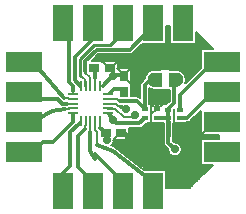
<source format=gtl>
G04 DipTrace 2.4.0.2*
%INcaptouch.gtl*%
%MOMM*%
%ADD13C,0.21*%
%ADD14C,0.254*%
%ADD15C,0.305*%
%ADD16C,0.203*%
%ADD17C,0.152*%
%ADD19O,1.0X0.21*%
%ADD20O,0.21X1.0*%
%ADD21R,0.9X0.7*%
%ADD22R,0.7X0.9*%
%ADD24R,0.5X0.4*%
%ADD26R,1.7X1.6*%
%ADD27R,1.7X2.032*%
%ADD28R,1.6X1.7*%
%ADD29R,2.032X1.7*%
%ADD31C,0.711*%
%FSLAX53Y53*%
G04*
G71*
G90*
G75*
G01*
%LNTop*%
%LPD*%
X16143Y19402D2*
D13*
X16113Y20172D1*
X15704Y20466D1*
D14*
Y20644D1*
D15*
Y21488D1*
X16667Y22451D1*
X19453D1*
X20972Y23970D1*
X21430D1*
X15743Y19402D2*
D16*
X15712D1*
Y20012D1*
X15267Y20243D1*
D14*
Y21677D1*
X16478Y22887D1*
X17807D1*
X18890Y23970D1*
X15343Y19402D2*
D13*
X15278D1*
D15*
X14809Y19871D1*
Y21852D1*
X16927Y23970D1*
X16350D1*
X14643Y18702D2*
D13*
Y18960D1*
D15*
Y19376D1*
X14325Y19694D1*
Y23455D1*
X13810Y23970D1*
X14643Y18302D2*
D13*
X14025Y18344D1*
X13935Y18408D1*
D15*
X11270Y21430D1*
X14643Y17902D2*
D13*
X14139D1*
D15*
X13770D1*
X13379Y18293D1*
X11867D1*
X11270Y18890D1*
X14643Y17502D2*
D13*
X14091Y17469D1*
X14007Y17441D1*
D15*
X12862Y17291D1*
X11270Y16350D1*
X14643Y17102D2*
D13*
X14659Y17047D1*
D15*
Y16379D1*
X12943Y14663D1*
X12123D1*
X11270Y13810D1*
X13810Y11270D2*
Y12050D1*
X14409Y12649D1*
Y15469D1*
X15199Y16160D1*
D13*
X15343Y16402D1*
X15743D2*
X15699Y15709D1*
D15*
X15081Y15188D1*
Y12539D1*
X16350Y11270D1*
X16143Y16402D2*
D13*
Y15924D1*
X16123Y15535D1*
D15*
X16127Y13926D1*
X16551Y13190D1*
Y13609D1*
X18890Y11270D1*
X16543Y16402D2*
D13*
X16517D1*
Y15702D1*
X16704Y15516D1*
Y14435D1*
D15*
X18050Y13868D1*
X21430Y11270D1*
X17643Y17102D2*
D13*
X17743Y17059D1*
D15*
X18102Y16552D1*
X18334Y16225D1*
X20294D1*
X20781Y16712D1*
X18072Y16530D2*
X18102Y16552D1*
X17643Y18302D2*
D13*
X18434D1*
X18657Y18137D1*
D15*
X20056D1*
X20781Y17412D1*
X21609Y19927D2*
X21181D1*
X20746Y19492D1*
Y17447D1*
X20781Y17412D1*
X16943Y19402D2*
D13*
X17183D1*
D15*
X18096Y20316D1*
Y20589D1*
X17766Y20919D1*
X18096Y20316D2*
X18903D1*
X19006Y20213D1*
X18756Y15392D2*
X19085D1*
X19417Y15060D1*
X18050Y20214D2*
X18096Y20260D1*
Y20316D1*
X21781Y17412D2*
Y18041D1*
X22248Y18507D1*
X16543Y19402D2*
D13*
Y20055D1*
D15*
Y20843D1*
X16466Y20919D1*
X17643Y17502D2*
D13*
Y17475D1*
X18199D1*
X18949Y16726D1*
X19731D1*
D15*
X19912Y16906D1*
X23727Y16689D2*
X24309D1*
X26510Y18890D1*
X17643Y17902D2*
D13*
X18308D1*
X18521Y17689D1*
X18696Y17641D1*
D15*
X19165Y17469D1*
X19330Y17382D1*
X19128Y17477D1*
X23727Y17389D2*
Y18647D1*
X26510Y21430D1*
X22727Y16689D2*
Y17389D1*
Y15115D1*
X22782D1*
Y16369D1*
X22749Y16336D1*
Y16712D1*
X21781D1*
X16943Y16402D2*
D13*
Y15875D1*
D15*
X17067Y15750D1*
X17098D1*
X17456Y15392D1*
X23292Y14020D2*
X22727Y14585D1*
Y15115D1*
X17456Y15392D2*
Y14939D1*
X17551Y14843D1*
X22727Y17389D2*
X22642D1*
X23230Y17977D1*
Y19705D1*
X23359Y19833D1*
Y19927D1*
X17643Y18702D2*
D13*
X17792Y18815D1*
D15*
X18151Y19174D1*
X19006D1*
Y18913D1*
D31*
X19128Y17477D3*
X19912Y16906D3*
X19417Y15060D3*
X18050Y20214D3*
X23292Y14020D3*
X17551Y14843D3*
X22248Y18507D3*
X18072Y16530D3*
X22530Y24355D2*
D17*
X22871D1*
X22530Y24206D2*
X22871D1*
X22530Y24057D2*
X22871D1*
X22530Y23908D2*
X22871D1*
X22530Y23758D2*
X22871D1*
X25069D2*
X25245D1*
X22530Y23609D2*
X22871D1*
X25069D2*
X25395D1*
X22530Y23460D2*
X22871D1*
X25069D2*
X25543D1*
X22530Y23311D2*
X22871D1*
X25069D2*
X25693D1*
X22530Y23162D2*
X22871D1*
X25069D2*
X25843D1*
X22530Y23013D2*
X22871D1*
X25069D2*
X25991D1*
X20428Y22864D2*
X26141D1*
X20280Y22715D2*
X26288D1*
X20130Y22566D2*
X26438D1*
X19980Y22417D2*
X25460D1*
X19832Y22268D2*
X25460D1*
X19666Y22119D2*
X25460D1*
X16749Y21970D2*
X25460D1*
X16599Y21821D2*
X25460D1*
X16449Y21672D2*
X25460D1*
X16301Y21522D2*
X25460D1*
X18466Y21373D2*
X25460D1*
X18466Y21224D2*
X25460D1*
X18466Y21075D2*
X25460D1*
X18466Y20926D2*
X25443D1*
X19606Y20777D2*
X22019D1*
X22928D2*
X25295D1*
X19606Y20628D2*
X21116D1*
X23852D2*
X25145D1*
X19606Y20479D2*
X20916D1*
X24052D2*
X24998D1*
X19606Y20330D2*
X20833D1*
X24135D2*
X24848D1*
X19606Y20181D2*
X20766D1*
X24202D2*
X24698D1*
X19606Y20032D2*
X20723D1*
X24209D2*
X24550D1*
X19606Y19883D2*
X20576D1*
X24209D2*
X24400D1*
X19606Y19734D2*
X20428D1*
X19606Y19585D2*
X20357D1*
X19606Y19436D2*
X20345D1*
X19606Y19286D2*
X20345D1*
X19606Y19137D2*
X20345D1*
X21149D2*
X21293D1*
X19606Y18988D2*
X20345D1*
X21149D2*
X22828D1*
X19606Y18839D2*
X20345D1*
X21149D2*
X22828D1*
X19606Y18690D2*
X20345D1*
X21149D2*
X22828D1*
X19606Y18541D2*
X20345D1*
X21149D2*
X22828D1*
X21149Y18392D2*
X22828D1*
X21149Y18243D2*
X22828D1*
X21149Y18094D2*
X22786D1*
X21149Y17945D2*
X22636D1*
X25381Y17200D2*
X25460D1*
X25233Y17050D2*
X25460D1*
X25083Y16901D2*
X25460D1*
X24935Y16752D2*
X25460D1*
X24785Y16603D2*
X25460D1*
X24635Y16454D2*
X25460D1*
X24373Y16305D2*
X25460D1*
X20787Y16156D2*
X22326D1*
X23185D2*
X25460D1*
X20637Y16007D2*
X22326D1*
X23185D2*
X25460D1*
X20432Y15858D2*
X22326D1*
X23185D2*
X25460D1*
X19456Y15709D2*
X22326D1*
X23185D2*
X25460D1*
X19456Y15560D2*
X22326D1*
X23185D2*
X25460D1*
X19456Y15411D2*
X22326D1*
X23185D2*
X25460D1*
X19456Y15262D2*
X22326D1*
X23185D2*
X27029D1*
X19456Y15113D2*
X22326D1*
X23185D2*
X27029D1*
X19456Y14964D2*
X22326D1*
X23154D2*
X27029D1*
X19456Y14814D2*
X22326D1*
X23130D2*
X25460D1*
X18130Y14665D2*
X22326D1*
X23209D2*
X25460D1*
X18058Y14516D2*
X22331D1*
X23626D2*
X25460D1*
X17915Y14367D2*
X22393D1*
X23783D2*
X25460D1*
X18230Y14218D2*
X22531D1*
X23864D2*
X25460D1*
X18439Y14069D2*
X22681D1*
X23895D2*
X25460D1*
X18632Y13920D2*
X22695D1*
X23888D2*
X25460D1*
X18825Y13771D2*
X22743D1*
X23842D2*
X25460D1*
X19020Y13622D2*
X22840D1*
X23742D2*
X25460D1*
X19213Y13473D2*
X23055D1*
X23528D2*
X25460D1*
X19408Y13324D2*
X25460D1*
X19601Y13175D2*
X25460D1*
X19797Y13026D2*
X25460D1*
X19990Y12877D2*
X25460D1*
X20185Y12728D2*
X25460D1*
X20378Y12578D2*
X26343D1*
X20571Y12429D2*
X26193D1*
X22530Y12280D2*
X26045D1*
X22530Y12131D2*
X25895D1*
X22530Y11982D2*
X25748D1*
X22530Y11833D2*
X25598D1*
X22530Y11684D2*
X25448D1*
X22530Y11535D2*
X25300D1*
X22530Y11386D2*
X25150D1*
X22530Y11237D2*
X25003D1*
X22530Y11088D2*
X24852D1*
X22530Y10939D2*
X24702D1*
X22530Y10790D2*
X24555D1*
X19440Y15837D2*
Y14808D1*
X18138D1*
X18137Y14767D1*
X18122Y14693D1*
X18098Y14620D1*
X18065Y14552D1*
X18023Y14488D1*
X17973Y14430D1*
X17883Y14357D1*
X18200Y14225D1*
X18285Y14175D1*
X20719Y12305D1*
X22515D1*
Y10735D1*
X24516Y10736D1*
X26506Y12726D1*
X25475Y12725D1*
Y14895D1*
X27045D1*
X27042Y15265D1*
X25475D1*
Y17308D1*
X24582Y16415D1*
X24523Y16367D1*
X24456Y16331D1*
X24384Y16309D1*
X24309Y16301D1*
X24211D1*
X24212Y16254D1*
X23243D1*
X23245Y17123D1*
X23243Y17182D1*
Y17442D1*
X23213Y17412D1*
X23212Y16954D1*
Y16254D1*
X23167D1*
X23169Y15988D1*
Y15115D1*
X23162Y15039D1*
X23137Y14959D1*
X23115Y14918D1*
X23114Y14746D1*
X23254Y14609D1*
X23330D1*
X23405Y14599D1*
X23479Y14580D1*
X23549Y14551D1*
X23616Y14513D1*
X23676Y14468D1*
X23731Y14414D1*
X23778Y14355D1*
X23817Y14289D1*
X23848Y14219D1*
X23869Y14146D1*
X23882Y14020D1*
X23877Y13944D1*
X23863Y13869D1*
X23839Y13797D1*
X23805Y13728D1*
X23764Y13665D1*
X23714Y13607D1*
X23657Y13556D1*
X23595Y13513D1*
X23527Y13478D1*
X23455Y13452D1*
X23381Y13436D1*
X23305Y13430D1*
X23229Y13433D1*
X23154Y13446D1*
X23081Y13468D1*
X23012Y13500D1*
X22947Y13541D1*
X22888Y13589D1*
X22836Y13644D1*
X22792Y13706D1*
X22756Y13773D1*
X22728Y13844D1*
X22711Y13918D1*
X22702Y13994D1*
X22704Y14063D1*
X22454Y14311D1*
X22405Y14370D1*
X22369Y14437D1*
X22347Y14510D1*
X22340Y14585D1*
Y16255D1*
X22243Y16254D1*
Y16275D1*
X21732Y16277D1*
X21296D1*
X21299Y17147D1*
X21296Y17160D1*
Y17847D1*
X22266D1*
Y17823D1*
X22529Y17824D1*
X22844Y18139D1*
X22843Y19009D1*
X22033D1*
Y19092D1*
X21469D1*
X21387Y19107D1*
X21219Y19170D1*
X21133Y19223D1*
X21135Y17847D1*
X21266D1*
X21263Y16977D1*
X21266Y16918D1*
Y16277D1*
X20893D1*
X20567Y15951D1*
X20509Y15903D1*
X20441Y15867D1*
X20369Y15845D1*
X20294Y15837D1*
X19439D1*
X19590Y19598D2*
X19591Y18524D1*
X20056D1*
X20132Y18517D1*
X20205Y18494D1*
X20272Y18458D1*
X20359Y18382D1*
Y19492D1*
X20367Y19568D1*
X20389Y19641D1*
X20425Y19708D1*
X20473Y19766D1*
X20774Y20067D1*
Y20127D1*
X20788Y20204D1*
X20833Y20300D1*
X20899Y20432D1*
X20936Y20485D1*
X21037Y20563D1*
X21181Y20663D1*
X21298Y20713D1*
X21387Y20747D1*
X21469Y20762D1*
X22033Y20761D1*
Y20868D1*
X22913D1*
Y20761D1*
X23499Y20762D1*
X23581Y20747D1*
X23748Y20684D1*
X23856Y20616D1*
X23994Y20519D1*
X24041Y20475D1*
X24103Y20364D1*
X24169Y20232D1*
X24191Y20157D1*
X24194Y20051D1*
Y19727D1*
X24180Y19650D1*
X24185Y19666D1*
X24208Y19675D1*
X25476Y20943D1*
X25475Y22515D1*
X26506D1*
X25054Y23966D1*
X25055Y22935D1*
X22885D1*
Y24505D1*
X22516Y24504D1*
X22515Y23786D1*
Y22935D1*
X20483D1*
X19727Y22177D1*
X19668Y22129D1*
X19601Y22093D1*
X19528Y22071D1*
X19453Y22064D1*
X16826D1*
X16269Y21505D1*
X17150Y21504D1*
X18450D1*
X18452Y20898D1*
X19591D1*
Y19528D1*
X18756Y15392D2*
X19440Y14808D1*
X18756Y15392D2*
X18071Y14808D1*
X18422Y20897D2*
X19591Y19528D1*
Y20897D2*
X19006Y20213D1*
X17081Y21504D2*
X17766Y20919D1*
X18450Y21504D2*
X17766Y20919D1*
X21297Y17847D2*
X21781Y17412D1*
X22266Y17847D2*
X21297Y16978D1*
X26510Y16350D2*
X25476Y15266D1*
D19*
X17643Y17102D3*
Y17502D3*
Y17902D3*
Y18302D3*
Y18702D3*
D20*
X16943Y19402D3*
X16543D3*
X16143D3*
X15743D3*
X15343D3*
D19*
X14643Y18702D3*
Y18302D3*
Y17902D3*
Y17502D3*
Y17102D3*
D20*
X15343Y16402D3*
X15743D3*
X16143D3*
X16543D3*
X16943D3*
D21*
X17456Y15392D3*
X18756D3*
D22*
X19006Y18913D3*
Y20213D3*
D24*
X23727Y16689D3*
Y17389D3*
X22727D3*
Y16689D3*
D21*
X17766Y20919D3*
X16466D3*
D24*
X21781Y16712D3*
Y17412D3*
X20781D3*
Y16712D3*
G36*
X23499Y19327D2*
X22759D1*
Y20527D1*
X23499D1*
X23659Y20467D1*
X23859Y20327D1*
X23959Y20127D1*
Y19727D1*
X23859Y19527D1*
X23659Y19387D1*
X23499Y19327D1*
G37*
G36*
X21469Y20527D2*
X22209D1*
Y19327D1*
X21469D1*
X21309Y19387D1*
X21109Y19527D1*
X21009Y19727D1*
Y20127D1*
X21109Y20327D1*
X21309Y20467D1*
X21469Y20527D1*
G37*
D26*
X23970Y23970D3*
X21430D3*
X18890D3*
X16350D3*
X13810D3*
D27*
X23970Y25240D3*
X21430D3*
X18890D3*
X16350D3*
X13810D3*
D28*
X11270Y21430D3*
Y18890D3*
Y16350D3*
Y13810D3*
D29*
X10000Y21430D3*
Y18890D3*
Y16350D3*
Y13810D3*
D26*
X13810Y11270D3*
X16350D3*
X18890D3*
X21430D3*
D27*
X13810Y10000D3*
X16350D3*
X18890D3*
X21430D3*
G36*
X23482Y12390D2*
X23292Y12420D1*
X23145Y12479D1*
X23051Y12555D1*
X22974Y12632D1*
X22911Y12744D1*
X22886Y12809D1*
X22865Y12905D1*
X22855Y12955D1*
X22850Y13038D1*
X22873Y13103D1*
X22911Y13141D1*
X22936Y13166D1*
X22949Y13230D1*
X22944Y13256D1*
X22929Y13306D1*
X22898Y13334D1*
X22980Y13433D1*
X23056Y13383D1*
X23074D1*
X23110Y13471D1*
X23165Y13484D1*
X23267Y13494D1*
X23160Y13241D1*
Y13209D1*
X23168Y13166D1*
X23190Y13156D1*
X23241Y13176D1*
X23305Y13292D1*
X23376Y13463D1*
X23426Y13438D1*
X23481Y13375D1*
X23406Y13184D1*
X23444Y13190D1*
X23482D1*
Y12390D1*
G37*
D28*
X26510Y21430D3*
Y18890D3*
Y16350D3*
Y13810D3*
D29*
X27780D3*
Y16350D3*
Y18890D3*
Y21430D3*
M02*

</source>
